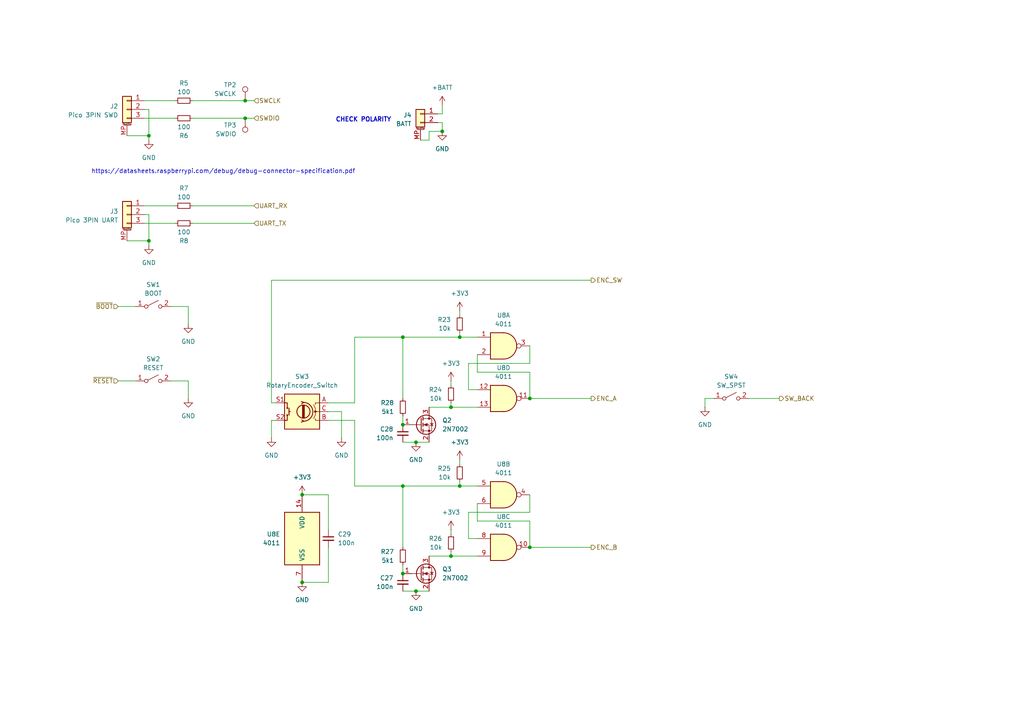
<source format=kicad_sch>
(kicad_sch (version 20231120) (generator "eeschema") (generator_version "8.0")
  (paper "A4")
  (lib_symbols
    (symbol "4xxx:4011" (pin_names (offset 1.016))
      (property "Reference" "U" (at 0 1.27 0))
      (property "Value" "4011" (at 0 -1.27 0))
      (symbol "4011_1_1"
        (arc (start 0 -3.81) (mid 3.7934 0) (end 0 3.81) (stroke (width 0.254)) (fill (type background)))
        (polyline (pts (xy 0 3.81) (xy -3.81 3.81) (xy -3.81 -3.81) (xy 0 -3.81)) (stroke (width 0.254)) (fill (type background)))
        (pin input line (at -7.62 2.54 0) (length 3.81) (name "~") (number "1"))
        (pin input line (at -7.62 -2.54 0) (length 3.81) (name "~") (number "2"))
        (pin output inverted (at 7.62 0 180) (length 3.81) (name "~") (number "3"))
      )
      (symbol "4011_1_2"
        (arc (start -3.81 -3.81) (mid -2.589 0) (end -3.81 3.81) (stroke (width 0.254)))
        (arc (start -0.6096 -3.81) (mid 2.1842 -2.5851) (end 3.81 0) (stroke (width 0.254)) (fill (type background)))
        (polyline (pts (xy -3.81 -3.81) (xy -0.635 -3.81)) (stroke (width 0.254)) (fill (type background)))
        (polyline (pts (xy -3.81 3.81) (xy -0.635 3.81)) (stroke (width 0.254)) (fill (type background)))
        (polyline (pts (xy -0.635 3.81) (xy -3.81 3.81) (xy -3.81 3.81) (xy -3.556 3.4036) (xy -3.0226 2.2606) (xy -2.6924 1.0414) (xy -2.6162 -0.254) (xy -2.7686 -1.4986) (xy -3.175 -2.7178) (xy -3.81 -3.81) (xy -3.81 -3.81) (xy -0.635 -3.81)) (stroke (width -25.4)) (fill (type background)))
        (arc (start 3.81 0) (mid 2.1915 2.5936) (end -0.6096 3.81) (stroke (width 0.254)) (fill (type background)))
        (pin input inverted (at -7.62 2.54 0) (length 4.318) (name "~") (number "1"))
        (pin input inverted (at -7.62 -2.54 0) (length 4.318) (name "~") (number "2"))
        (pin output line (at 7.62 0 180) (length 3.81) (name "~") (number "3"))
      )
      (symbol "4011_2_1"
        (arc (start 0 -3.81) (mid 3.7934 0) (end 0 3.81) (stroke (width 0.254)) (fill (type background)))
        (polyline (pts (xy 0 3.81) (xy -3.81 3.81) (xy -3.81 -3.81) (xy 0 -3.81)) (stroke (width 0.254)) (fill (type background)))
        (pin output inverted (at 7.62 0 180) (length 3.81) (name "~") (number "4"))
        (pin input line (at -7.62 2.54 0) (length 3.81) (name "~") (number "5"))
        (pin input line (at -7.62 -2.54 0) (length 3.81) (name "~") (number "6"))
      )
      (symbol "4011_2_2"
        (arc (start -3.81 -3.81) (mid -2.589 0) (end -3.81 3.81) (stroke (width 0.254)))
        (arc (start -0.6096 -3.81) (mid 2.1842 -2.5851) (end 3.81 0) (stroke (width 0.254)) (fill (type background)))
        (polyline (pts (xy -3.81 -3.81) (xy -0.635 -3.81)) (stroke (width 0.254)) (fill (type background)))
        (polyline (pts (xy -3.81 3.81) (xy -0.635 3.81)) (stroke (width 0.254)) (fill (type background)))
        (polyline (pts (xy -0.635 3.81) (xy -3.81 3.81) (xy -3.81 3.81) (xy -3.556 3.4036) (xy -3.0226 2.2606) (xy -2.6924 1.0414) (xy -2.6162 -0.254) (xy -2.7686 -1.4986) (xy -3.175 -2.7178) (xy -3.81 -3.81) (xy -3.81 -3.81) (xy -0.635 -3.81)) (stroke (width -25.4)) (fill (type background)))
        (arc (start 3.81 0) (mid 2.1915 2.5936) (end -0.6096 3.81) (stroke (width 0.254)) (fill (type background)))
        (pin output line (at 7.62 0 180) (length 3.81) (name "~") (number "4"))
        (pin input inverted (at -7.62 2.54 0) (length 4.318) (name "~") (number "5"))
        (pin input inverted (at -7.62 -2.54 0) (length 4.318) (name "~") (number "6"))
      )
      (symbol "4011_3_1"
        (arc (start 0 -3.81) (mid 3.7934 0) (end 0 3.81) (stroke (width 0.254)) (fill (type background)))
        (polyline (pts (xy 0 3.81) (xy -3.81 3.81) (xy -3.81 -3.81) (xy 0 -3.81)) (stroke (width 0.254)) (fill (type background)))
        (pin output inverted (at 7.62 0 180) (length 3.81) (name "~") (number "10"))
        (pin input line (at -7.62 2.54 0) (length 3.81) (name "~") (number "8"))
        (pin input line (at -7.62 -2.54 0) (length 3.81) (name "~") (number "9"))
      )
      (symbol "4011_3_2"
        (arc (start -3.81 -3.81) (mid -2.589 0) (end -3.81 3.81) (stroke (width 0.254)))
        (arc (start -0.6096 -3.81) (mid 2.1842 -2.5851) (end 3.81 0) (stroke (width 0.254)) (fill (type background)))
        (polyline (pts (xy -3.81 -3.81) (xy -0.635 -3.81)) (stroke (width 0.254)) (fill (type background)))
        (polyline (pts (xy -3.81 3.81) (xy -0.635 3.81)) (stroke (width 0.254)) (fill (type background)))
        (polyline (pts (xy -0.635 3.81) (xy -3.81 3.81) (xy -3.81 3.81) (xy -3.556 3.4036) (xy -3.0226 2.2606) (xy -2.6924 1.0414) (xy -2.6162 -0.254) (xy -2.7686 -1.4986) (xy -3.175 -2.7178) (xy -3.81 -3.81) (xy -3.81 -3.81) (xy -0.635 -3.81)) (stroke (width -25.4)) (fill (type background)))
        (arc (start 3.81 0) (mid 2.1915 2.5936) (end -0.6096 3.81) (stroke (width 0.254)) (fill (type background)))
        (pin output line (at 7.62 0 180) (length 3.81) (name "~") (number "10"))
        (pin input inverted (at -7.62 2.54 0) (length 4.318) (name "~") (number "8"))
        (pin input inverted (at -7.62 -2.54 0) (length 4.318) (name "~") (number "9"))
      )
      (symbol "4011_4_1"
        (arc (start 0 -3.81) (mid 3.7934 0) (end 0 3.81) (stroke (width 0.254)) (fill (type background)))
        (polyline (pts (xy 0 3.81) (xy -3.81 3.81) (xy -3.81 -3.81) (xy 0 -3.81)) (stroke (width 0.254)) (fill (type background)))
        (pin output inverted (at 7.62 0 180) (length 3.81) (name "~") (number "11"))
        (pin input line (at -7.62 2.54 0) (length 3.81) (name "~") (number "12"))
        (pin input line (at -7.62 -2.54 0) (length 3.81) (name "~") (number "13"))
      )
      (symbol "4011_4_2"
        (arc (start -3.81 -3.81) (mid -2.589 0) (end -3.81 3.81) (stroke (width 0.254)))
        (arc (start -0.6096 -3.81) (mid 2.1842 -2.5851) (end 3.81 0) (stroke (width 0.254)) (fill (type background)))
        (polyline (pts (xy -3.81 -3.81) (xy -0.635 -3.81)) (stroke (width 0.254)) (fill (type background)))
        (polyline (pts (xy -3.81 3.81) (xy -0.635 3.81)) (stroke (width 0.254)) (fill (type background)))
        (polyline (pts (xy -0.635 3.81) (xy -3.81 3.81) (xy -3.81 3.81) (xy -3.556 3.4036) (xy -3.0226 2.2606) (xy -2.6924 1.0414) (xy -2.6162 -0.254) (xy -2.7686 -1.4986) (xy -3.175 -2.7178) (xy -3.81 -3.81) (xy -3.81 -3.81) (xy -0.635 -3.81)) (stroke (width -25.4)) (fill (type background)))
        (arc (start 3.81 0) (mid 2.1915 2.5936) (end -0.6096 3.81) (stroke (width 0.254)) (fill (type background)))
        (pin output line (at 7.62 0 180) (length 3.81) (name "~") (number "11"))
        (pin input inverted (at -7.62 2.54 0) (length 4.318) (name "~") (number "12"))
        (pin input inverted (at -7.62 -2.54 0) (length 4.318) (name "~") (number "13"))
      )
      (symbol "4011_5_0"
        (pin power_in line (at 0 12.7 270) (length 5.08) (name "VDD") (number "14"))
        (pin power_in line (at 0 -12.7 90) (length 5.08) (name "VSS") (number "7"))
      )
      (symbol "4011_5_1"
        (rectangle (start -5.08 7.62) (end 5.08 -7.62) (stroke (width 0.254)) (fill (type background)))
      )
    )
    (symbol "Connector:TestPoint" (pin_numbers hide) (pin_names (offset 0.762) hide)
      (property "Reference" "TP" (at 0 6.858 0))
      (property "Value" "TestPoint" (at 0 5.08 0))
      (symbol "TestPoint_0_1"
        (circle (center 0 3.302) (radius 0.762))
      )
      (symbol "TestPoint_1_1"
        (pin passive line (at 0 0 90) (length 2.54) (name "1") (number "1"))
      )
    )
    (symbol "Connector_Generic_MountingPin:Conn_01x02_MountingPin" (pin_names (offset 1.016) hide)
      (property "Reference" "J" (at 0 2.54 0))
      (property "Value" "Conn_01x02_MountingPin" (at 1.27 -5.08 0))
      (symbol "Conn_01x02_MountingPin_1_1"
        (rectangle (start -1.27 -2.413) (end 0 -2.667) (stroke (width 0.1524)))
        (rectangle (start -1.27 0.127) (end 0 -0.127) (stroke (width 0.1524)))
        (rectangle (start -1.27 1.27) (end 1.27 -3.81) (stroke (width 0.254)) (fill (type background)))
        (polyline (pts (xy -1.016 -4.572) (xy 1.016 -4.572)) (stroke (width 0.1524)))
        (text "Mounting" (at 0 -4.191 0) (effects (font (size 0.381 0.381))))
        (pin passive line (at -5.08 0 0) (length 3.81) (name "Pin_1") (number "1"))
        (pin passive line (at -5.08 -2.54 0) (length 3.81) (name "Pin_2") (number "2"))
        (pin passive line (at 0 -7.62 90) (length 3.048) (name "MountPin") (number "MP"))
      )
    )
    (symbol "Connector_Generic_MountingPin:Conn_01x03_MountingPin" (pin_names (offset 1.016) hide)
      (property "Reference" "J" (at 0 5.08 0))
      (property "Value" "Conn_01x03_MountingPin" (at 1.27 -5.08 0))
      (symbol "Conn_01x03_MountingPin_1_1"
        (rectangle (start -1.27 -2.413) (end 0 -2.667) (stroke (width 0.1524)))
        (rectangle (start -1.27 0.127) (end 0 -0.127) (stroke (width 0.1524)))
        (rectangle (start -1.27 2.667) (end 0 2.413) (stroke (width 0.1524)))
        (rectangle (start -1.27 3.81) (end 1.27 -3.81) (stroke (width 0.254)) (fill (type background)))
        (polyline (pts (xy -1.016 -4.572) (xy 1.016 -4.572)) (stroke (width 0.1524)))
        (text "Mounting" (at 0 -4.191 0) (effects (font (size 0.381 0.381))))
        (pin passive line (at -5.08 2.54 0) (length 3.81) (name "Pin_1") (number "1"))
        (pin passive line (at -5.08 0 0) (length 3.81) (name "Pin_2") (number "2"))
        (pin passive line (at -5.08 -2.54 0) (length 3.81) (name "Pin_3") (number "3"))
        (pin passive line (at 0 -7.62 90) (length 3.048) (name "MountPin") (number "MP"))
      )
    )
    (symbol "Device:C_Small" (pin_numbers hide) (pin_names (offset 0.254) hide)
      (property "Reference" "C" (at 0.254 1.778 0))
      (property "Value" "C_Small" (at 0.254 -2.032 0))
      (symbol "C_Small_0_1"
        (polyline (pts (xy -1.524 -0.508) (xy 1.524 -0.508)) (stroke (width 0.3302)))
        (polyline (pts (xy -1.524 0.508) (xy 1.524 0.508)) (stroke (width 0.3048)))
      )
      (symbol "C_Small_1_1"
        (pin passive line (at 0 2.54 270) (length 2.032) (name "~") (number "1"))
        (pin passive line (at 0 -2.54 90) (length 2.032) (name "~") (number "2"))
      )
    )
    (symbol "Device:R_Small" (pin_numbers hide) (pin_names (offset 0.254) hide)
      (property "Reference" "R" (at 0.762 0.508 0))
      (property "Value" "R_Small" (at 0.762 -1.016 0))
      (symbol "R_Small_0_1"
        (rectangle (start -0.762 1.778) (end 0.762 -1.778) (stroke (width 0.2032)))
      )
      (symbol "R_Small_1_1"
        (pin passive line (at 0 2.54 270) (length 0.762) (name "~") (number "1"))
        (pin passive line (at 0 -2.54 90) (length 0.762) (name "~") (number "2"))
      )
    )
    (symbol "Device:RotaryEncoder_Switch" (pin_names (offset 0.254) hide)
      (property "Reference" "SW" (at 0 6.604 0))
      (property "Value" "RotaryEncoder_Switch" (at 0 -6.604 0))
      (symbol "RotaryEncoder_Switch_0_1"
        (rectangle (start -5.08 5.08) (end 5.08 -5.08) (stroke (width 0.254)) (fill (type background)))
        (circle (center -3.81 0) (radius 0.254) (fill (type outline)))
        (circle (center -0.381 0) (radius 1.905) (stroke (width 0.254)))
        (arc (start -0.381 2.667) (mid -3.0988 -0.0635) (end -0.381 -2.794) (stroke (width 0.254)))
        (polyline (pts (xy -0.635 -1.778) (xy -0.635 1.778)) (stroke (width 0.254)))
        (polyline (pts (xy -0.381 -1.778) (xy -0.381 1.778)) (stroke (width 0.254)))
        (polyline (pts (xy -0.127 1.778) (xy -0.127 -1.778)) (stroke (width 0.254)))
        (polyline (pts (xy 3.81 0) (xy 3.429 0)) (stroke (width 0.254)))
        (polyline (pts (xy 3.81 1.016) (xy 3.81 -1.016)) (stroke (width 0.254)))
        (polyline (pts (xy -5.08 -2.54) (xy -3.81 -2.54) (xy -3.81 -2.032)))
        (polyline (pts (xy -5.08 2.54) (xy -3.81 2.54) (xy -3.81 2.032)))
        (polyline (pts (xy 0.254 -3.048) (xy -0.508 -2.794) (xy 0.127 -2.413)) (stroke (width 0.254)))
        (polyline (pts (xy 0.254 2.921) (xy -0.508 2.667) (xy 0.127 2.286)) (stroke (width 0.254)))
        (polyline (pts (xy 5.08 -2.54) (xy 4.318 -2.54) (xy 4.318 -1.016)) (stroke (width 0.254)))
        (polyline (pts (xy 5.08 2.54) (xy 4.318 2.54) (xy 4.318 1.016)) (stroke (width 0.254)))
        (polyline (pts (xy -5.08 0) (xy -3.81 0) (xy -3.81 -1.016) (xy -3.302 -2.032)))
        (polyline (pts (xy -4.318 0) (xy -3.81 0) (xy -3.81 1.016) (xy -3.302 2.032)))
        (circle (center 4.318 -1.016) (radius 0.127) (stroke (width 0.254)))
        (circle (center 4.318 1.016) (radius 0.127) (stroke (width 0.254)))
      )
      (symbol "RotaryEncoder_Switch_1_1"
        (pin passive line (at -7.62 2.54 0) (length 2.54) (name "A") (number "A"))
        (pin passive line (at -7.62 -2.54 0) (length 2.54) (name "B") (number "B"))
        (pin passive line (at -7.62 0 0) (length 2.54) (name "C") (number "C"))
        (pin passive line (at 7.62 2.54 180) (length 2.54) (name "S1") (number "S1"))
        (pin passive line (at 7.62 -2.54 180) (length 2.54) (name "S2") (number "S2"))
      )
    )
    (symbol "Switch:SW_SPST" (pin_names (offset 0) hide)
      (property "Reference" "SW" (at 0 3.175 0))
      (property "Value" "SW_SPST" (at 0 -2.54 0))
      (symbol "SW_SPST_0_0"
        (circle (center -2.032 0) (radius 0.508))
        (polyline (pts (xy -1.524 0.254) (xy 1.524 1.778)))
        (circle (center 2.032 0) (radius 0.508))
      )
      (symbol "SW_SPST_1_1"
        (pin passive line (at -5.08 0 0) (length 2.54) (name "A") (number "1"))
        (pin passive line (at 5.08 0 180) (length 2.54) (name "B") (number "2"))
      )
    )
    (symbol "Transistor_FET:2N7002" (pin_names hide)
      (property "Reference" "Q" (at 5.08 1.905 0))
      (property "Value" "2N7002" (at 5.08 0 0))
      (symbol "2N7002_0_1"
        (polyline (pts (xy 0.254 0) (xy -2.54 0)))
        (polyline (pts (xy 0.254 1.905) (xy 0.254 -1.905)) (stroke (width 0.254)))
        (polyline (pts (xy 0.762 -1.27) (xy 0.762 -2.286)) (stroke (width 0.254)))
        (polyline (pts (xy 0.762 0.508) (xy 0.762 -0.508)) (stroke (width 0.254)))
        (polyline (pts (xy 0.762 2.286) (xy 0.762 1.27)) (stroke (width 0.254)))
        (polyline (pts (xy 2.54 2.54) (xy 2.54 1.778)))
        (polyline (pts (xy 2.54 -2.54) (xy 2.54 0) (xy 0.762 0)))
        (polyline (pts (xy 0.762 -1.778) (xy 3.302 -1.778) (xy 3.302 1.778) (xy 0.762 1.778)))
        (polyline (pts (xy 1.016 0) (xy 2.032 0.381) (xy 2.032 -0.381) (xy 1.016 0)) (fill (type outline)))
        (polyline (pts (xy 2.794 0.508) (xy 2.921 0.381) (xy 3.683 0.381) (xy 3.81 0.254)))
        (polyline (pts (xy 3.302 0.381) (xy 2.921 -0.254) (xy 3.683 -0.254) (xy 3.302 0.381)))
        (circle (center 1.651 0) (radius 2.794) (stroke (width 0.254)))
        (circle (center 2.54 -1.778) (radius 0.254) (fill (type outline)))
        (circle (center 2.54 1.778) (radius 0.254) (fill (type outline)))
      )
      (symbol "2N7002_1_1"
        (pin input line (at -5.08 0 0) (length 2.54) (name "G") (number "1"))
        (pin passive line (at 2.54 -5.08 90) (length 2.54) (name "S") (number "2"))
        (pin passive line (at 2.54 5.08 270) (length 2.54) (name "D") (number "3"))
      )
    )
    (symbol "power:+3V3" (power) (pin_numbers hide) (pin_names (offset 0) hide)
      (property "Value" "+3V3" (at 0 3.556 0))
      (symbol "+3V3_0_1"
        (polyline (pts (xy -0.762 1.27) (xy 0 2.54)))
        (polyline (pts (xy 0 0) (xy 0 2.54)))
        (polyline (pts (xy 0 2.54) (xy 0.762 1.27)))
      )
      (symbol "+3V3_1_1"
        (pin power_in line (at 0 0 90) (length 0) (name "~") (number "1"))
      )
    )
    (symbol "power:+BATT" (power) (pin_numbers hide) (pin_names (offset 0) hide)
      (property "Value" "+BATT" (at 0 3.556 0))
      (symbol "+BATT_0_1"
        (polyline (pts (xy -0.762 1.27) (xy 0 2.54)))
        (polyline (pts (xy 0 0) (xy 0 2.54)))
        (polyline (pts (xy 0 2.54) (xy 0.762 1.27)))
      )
      (symbol "+BATT_1_1"
        (pin power_in line (at 0 0 90) (length 0) (name "~") (number "1"))
      )
    )
    (symbol "power:GND" (power) (pin_numbers hide) (pin_names (offset 0) hide)
      (property "Value" "GND" (at 0 -3.81 0))
      (symbol "GND_0_1"
        (polyline (pts (xy 0 0) (xy 0 -1.27) (xy 1.27 -1.27) (xy 0 -2.54) (xy -1.27 -1.27) (xy 0 -1.27)))
      )
      (symbol "GND_1_1"
        (pin power_in line (at 0 0 270) (length 0) (name "~") (number "1"))
      )
    )
  )
  (junction (at 116.84 166.37))
  (junction (at 87.63 168.91))
  (junction (at 120.65 128.27))
  (junction (at 133.35 140.97))
  (junction (at 71.12 34.29))
  (junction (at 43.18 39.37))
  (junction (at 153.67 158.75))
  (junction (at 116.84 97.79))
  (junction (at 43.18 69.85))
  (junction (at 128.27 38.1))
  (junction (at 153.67 115.57))
  (junction (at 87.63 143.51))
  (junction (at 120.65 171.45))
  (junction (at 130.81 161.29))
  (junction (at 116.84 140.97))
  (junction (at 71.12 29.21))
  (junction (at 133.35 97.79))
  (junction (at 116.84 123.19))
  (junction (at 130.81 118.11))
  (wire (pts (xy 116.84 97.79) (xy 102.87 97.79)))
  (wire (pts (xy 54.61 93.98) (xy 54.61 88.9)))
  (wire (pts (xy 153.67 105.41) (xy 135.89 105.41)))
  (wire (pts (xy 153.67 148.59) (xy 135.89 148.59)))
  (wire (pts (xy 99.06 119.38) (xy 95.25 119.38)))
  (wire (pts (xy 171.45 158.75) (xy 153.67 158.75)))
  (wire (pts (xy 116.84 140.97) (xy 102.87 140.97)))
  (wire (pts (xy 78.74 81.28) (xy 171.45 81.28)))
  (wire (pts (xy 55.88 29.21) (xy 71.12 29.21)))
  (wire (pts (xy 43.18 39.37) (xy 43.18 40.64)))
  (wire (pts (xy 133.35 96.52) (xy 133.35 97.79)))
  (wire (pts (xy 138.43 156.21) (xy 135.89 156.21)))
  (wire (pts (xy 95.25 143.51) (xy 95.25 153.67)))
  (wire (pts (xy 153.67 100.33) (xy 153.67 105.41)))
  (wire (pts (xy 130.81 110.49) (xy 130.81 111.76)))
  (wire (pts (xy 128.27 33.02) (xy 127 33.02)))
  (wire (pts (xy 171.45 115.57) (xy 153.67 115.57)))
  (wire (pts (xy 133.35 133.35) (xy 133.35 134.62)))
  (wire (pts (xy 128.27 30.48) (xy 128.27 33.02)))
  (wire (pts (xy 130.81 118.11) (xy 124.46 118.11)))
  (wire (pts (xy 78.74 116.84) (xy 80.01 116.84)))
  (wire (pts (xy 128.27 35.56) (xy 127 35.56)))
  (wire (pts (xy 50.8 34.29) (xy 41.91 34.29)))
  (wire (pts (xy 130.81 161.29) (xy 124.46 161.29)))
  (wire (pts (xy 130.81 153.67) (xy 130.81 154.94)))
  (wire (pts (xy 153.67 151.13) (xy 153.67 158.75)))
  (wire (pts (xy 133.35 90.17) (xy 133.35 91.44)))
  (wire (pts (xy 130.81 116.84) (xy 130.81 118.11)))
  (wire (pts (xy 54.61 115.57) (xy 54.61 110.49)))
  (wire (pts (xy 135.89 105.41) (xy 135.89 113.03)))
  (wire (pts (xy 116.84 140.97) (xy 116.84 158.75)))
  (wire (pts (xy 78.74 81.28) (xy 78.74 116.84)))
  (wire (pts (xy 138.43 161.29) (xy 130.81 161.29)))
  (wire (pts (xy 120.65 171.45) (xy 116.84 171.45)))
  (wire (pts (xy 87.63 168.91) (xy 95.25 168.91)))
  (wire (pts (xy 39.37 110.49) (xy 34.29 110.49)))
  (wire (pts (xy 116.84 120.65) (xy 116.84 123.19)))
  (wire (pts (xy 128.27 38.1) (xy 128.27 35.56)))
  (wire (pts (xy 226.06 115.57) (xy 217.17 115.57)))
  (wire (pts (xy 73.66 64.77) (xy 55.88 64.77)))
  (wire (pts (xy 73.66 59.69) (xy 55.88 59.69)))
  (wire (pts (xy 102.87 121.92) (xy 95.25 121.92)))
  (wire (pts (xy 124.46 171.45) (xy 120.65 171.45)))
  (wire (pts (xy 43.18 69.85) (xy 36.83 69.85)))
  (wire (pts (xy 138.43 113.03) (xy 135.89 113.03)))
  (wire (pts (xy 43.18 69.85) (xy 43.18 71.12)))
  (wire (pts (xy 133.35 139.7) (xy 133.35 140.97)))
  (wire (pts (xy 138.43 140.97) (xy 133.35 140.97)))
  (wire (pts (xy 138.43 97.79) (xy 133.35 97.79)))
  (wire (pts (xy 73.66 34.29) (xy 71.12 34.29)))
  (wire (pts (xy 50.8 64.77) (xy 41.91 64.77)))
  (wire (pts (xy 87.63 143.51) (xy 95.25 143.51)))
  (wire (pts (xy 153.67 143.51) (xy 153.67 148.59)))
  (wire (pts (xy 153.67 151.13) (xy 138.43 151.13)))
  (wire (pts (xy 138.43 102.87) (xy 138.43 107.95)))
  (wire (pts (xy 204.47 115.57) (xy 204.47 118.11)))
  (wire (pts (xy 128.27 38.1) (xy 124.46 38.1)))
  (wire (pts (xy 138.43 118.11) (xy 130.81 118.11)))
  (wire (pts (xy 124.46 38.1) (xy 124.46 40.64)))
  (wire (pts (xy 43.18 62.23) (xy 41.91 62.23)))
  (wire (pts (xy 116.84 97.79) (xy 116.84 115.57)))
  (wire (pts (xy 133.35 140.97) (xy 116.84 140.97)))
  (wire (pts (xy 54.61 110.49) (xy 49.53 110.49)))
  (wire (pts (xy 135.89 148.59) (xy 135.89 156.21)))
  (wire (pts (xy 43.18 31.75) (xy 41.91 31.75)))
  (wire (pts (xy 80.01 121.92) (xy 78.74 121.92)))
  (wire (pts (xy 124.46 40.64) (xy 121.92 40.64)))
  (wire (pts (xy 102.87 97.79) (xy 102.87 116.84)))
  (wire (pts (xy 73.66 29.21) (xy 71.12 29.21)))
  (wire (pts (xy 43.18 31.75) (xy 43.18 39.37)))
  (wire (pts (xy 133.35 97.79) (xy 116.84 97.79)))
  (wire (pts (xy 102.87 121.92) (xy 102.87 140.97)))
  (wire (pts (xy 116.84 163.83) (xy 116.84 166.37)))
  (wire (pts (xy 130.81 160.02) (xy 130.81 161.29)))
  (wire (pts (xy 153.67 107.95) (xy 138.43 107.95)))
  (wire (pts (xy 39.37 88.9) (xy 34.29 88.9)))
  (wire (pts (xy 153.67 107.95) (xy 153.67 115.57)))
  (wire (pts (xy 204.47 115.57) (xy 207.01 115.57)))
  (wire (pts (xy 54.61 88.9) (xy 49.53 88.9)))
  (wire (pts (xy 99.06 119.38) (xy 99.06 127)))
  (wire (pts (xy 124.46 128.27) (xy 120.65 128.27)))
  (wire (pts (xy 78.74 121.92) (xy 78.74 127)))
  (wire (pts (xy 120.65 128.27) (xy 116.84 128.27)))
  (wire (pts (xy 95.25 158.75) (xy 95.25 168.91)))
  (wire (pts (xy 43.18 39.37) (xy 36.83 39.37)))
  (wire (pts (xy 55.88 34.29) (xy 71.12 34.29)))
  (wire (pts (xy 50.8 29.21) (xy 41.91 29.21)))
  (wire (pts (xy 50.8 59.69) (xy 41.91 59.69)))
  (wire (pts (xy 43.18 62.23) (xy 43.18 69.85)))
  (wire (pts (xy 102.87 116.84) (xy 95.25 116.84)))
  (wire (pts (xy 138.43 146.05) (xy 138.43 151.13)))
  (text "https://datasheets.raspberrypi.com/debug/debug-connector-specification.pdf" (at 64.77 49.784 0) (effects (font (size 1.27 1.27))))
  (text "CHECK POLARITY" (at 113.538 34.798 0) (effects (font (size 1.27 1.27) (thickness 0.254) (bold yes)) (justify right)))
  (hierarchical_label "ENC_SW" (shape output) (at 171.45 81.28 0))
  (hierarchical_label "UART_RX" (shape input) (at 73.66 59.69 0))
  (hierarchical_label "~{BOOT}" (shape input) (at 34.29 88.9 180))
  (hierarchical_label "ENC_A" (shape output) (at 171.45 115.57 0))
  (hierarchical_label "SW_BACK" (shape output) (at 226.06 115.57 0))
  (hierarchical_label "~{RESET}" (shape input) (at 34.29 110.49 180))
  (hierarchical_label "SWDIO" (shape input) (at 73.66 34.29 0))
  (hierarchical_label "UART_TX" (shape input) (at 73.66 64.77 0))
  (hierarchical_label "SWCLK" (shape input) (at 73.66 29.21 0))
  (hierarchical_label "ENC_B" (shape output) (at 171.45 158.75 0))
  (symbol (lib_id "power:+3V3") (at 133.35 133.35 0) (mirror y) (unit 1)
    (property "Reference" "#PWR049" (effects (hide yes)))
    (property "Value" "+3V3" (at 133.35 128.27 0))
    (property "Description" "Power symbol creates a global label with name \"+3V3\"" (effects (hide yes)))
  )
  (symbol (lib_id "Transistor_FET:2N7002") (at 121.92 166.37 0) (unit 1)
    (property "Reference" "Q3" (at 128.27 165.0999 0) (effects (justify left)))
    (property "Value" "2N7002" (at 128.27 167.6399 0) (effects (justify left)))
    (property "Footprint" "Package_TO_SOT_SMD:SOT-23" (effects (hide yes)))
    (property "Datasheet" "https://www.onsemi.com/pub/Collateral/NDS7002A-D.PDF" (effects (hide yes)))
    (property "Description" "0.115A Id, 60V Vds, N-Channel MOSFET, SOT-23" (effects (hide yes)))
    (property "LCSC" "C8545" (effects (hide yes)))
  )
  (symbol (lib_id "power:+3V3") (at 130.81 153.67 0) (mirror y) (unit 1)
    (property "Reference" "#PWR050" (effects (hide yes)))
    (property "Value" "+3V3" (at 130.81 148.59 0))
    (property "Description" "Power symbol creates a global label with name \"+3V3\"" (effects (hide yes)))
  )
  (symbol (lib_id "Switch:SW_SPST") (at 212.09 115.57 0) (unit 1)
    (property "Reference" "SW4" (at 212.09 109.22 0))
    (property "Value" "SW_SPST" (at 212.09 111.76 0))
    (property "Footprint" "Button_Switch_SMD:SW_Push_1P1T_XKB_TS-1187A" (effects (hide yes)))
    (property "Description" "Single Pole Single Throw (SPST) switch" (effects (hide yes)))
  )
  (symbol (lib_id "Connector_Generic_MountingPin:Conn_01x03_MountingPin") (at 36.83 31.75 0) (mirror y) (unit 1)
    (property "Reference" "J2" (at 34.29 30.8355 0) (effects (justify left)))
    (property "Value" "Pico 3PIN SWD" (at 34.29 33.3755 0) (effects (justify left)))
    (property "Footprint" "Connector_JST:JST_SH_BM03B-SRSS-TB_1x03-1MP_P1.00mm_Vertical" (effects (hide yes)))
    (property "Description" "Generic connectable mounting pin connector, single row, 01x03, script generated (kicad-library-utils/schlib/autogen/connector/)" (effects (hide yes)))
    (property "LCSC" "C545723" (effects (hide yes)))
  )
  (symbol (lib_id "Device:R_Small") (at 116.84 118.11 0) (mirror y) (unit 1)
    (property "Reference" "R28" (at 114.3 116.8399 0) (effects (justify left)))
    (property "Value" "5k1" (at 114.3 119.3799 0) (effects (justify left)))
    (property "Footprint" "Resistor_SMD:R_0402_1005Metric" (effects (hide yes)))
    (property "Description" "Resistor, small symbol" (effects (hide yes)))
    (property "LCSC" "C25905" (effects (hide yes)))
  )
  (symbol (lib_id "power:+BATT") (at 128.27 30.48 0) (mirror y) (unit 1)
    (property "Reference" "#PWR023" (effects (hide yes)))
    (property "Value" "+BATT" (at 128.27 25.4 0))
    (property "Description" "Power symbol creates a global label with name \"+BATT\"" (effects (hide yes)))
  )
  (symbol (lib_id "4xxx:4011") (at 87.63 156.21 0) (mirror y) (unit 5)
    (property "Reference" "U8" (at 81.28 154.9399 0) (effects (justify left)))
    (property "Value" "4011" (at 81.28 157.4799 0) (effects (justify left)))
    (property "Footprint" "Package_SO:SOIC-14_3.9x8.7mm_P1.27mm" (effects (hide yes)))
    (property "Datasheet" "http://www.intersil.com/content/dam/Intersil/documents/cd40/cd4011bms-12bms-23bms.pdf" (effects (hide yes)))
    (property "Description" "Quad Nand 2 inputs" (effects (hide yes)))
    (property "LCSC" "C48466" (effects (hide yes)))
  )
  (symbol (lib_id "Switch:SW_SPST") (at 44.45 110.49 0) (unit 1)
    (property "Reference" "SW2" (at 44.45 104.14 0))
    (property "Value" "RESET" (at 44.45 106.68 0))
    (property "Footprint" "Jumper:SolderJumper-2_P1.3mm_Open_Pad1.0x1.5mm" (effects (hide yes)))
    (property "Description" "Single Pole Single Throw (SPST) switch" (effects (hide yes)))
  )
  (symbol (lib_id "Device:R_Small") (at 53.34 59.69 90) (mirror x) (unit 1)
    (property "Reference" "R7" (at 53.34 54.61 90))
    (property "Value" "100" (at 53.34 57.15 90))
    (property "Footprint" "Resistor_SMD:R_0402_1005Metric" (effects (hide yes)))
    (property "Description" "Resistor, small symbol" (effects (hide yes)))
    (property "LCSC" "C25076" (effects (hide yes)))
  )
  (symbol (lib_id "power:GND") (at 120.65 128.27 0) (mirror y) (unit 1)
    (property "Reference" "#PWR052" (effects (hide yes)))
    (property "Value" "GND" (at 120.65 133.35 0))
    (property "Description" "Power symbol creates a global label with name \"GND\" , ground" (effects (hide yes)))
  )
  (symbol (lib_id "Device:R_Small") (at 53.34 29.21 90) (mirror x) (unit 1)
    (property "Reference" "R5" (at 53.34 24.13 90))
    (property "Value" "100" (at 53.34 26.67 90))
    (property "Footprint" "Resistor_SMD:R_0402_1005Metric" (effects (hide yes)))
    (property "Description" "Resistor, small symbol" (effects (hide yes)))
    (property "LCSC" "C25076" (effects (hide yes)))
  )
  (symbol (lib_id "power:GND") (at 99.06 127 0) (mirror y) (unit 1)
    (property "Reference" "#PWR045" (effects (hide yes)))
    (property "Value" "GND" (at 99.06 132.08 0))
    (property "Description" "Power symbol creates a global label with name \"GND\" , ground" (effects (hide yes)))
  )
  (symbol (lib_id "4xxx:4011") (at 146.05 100.33 0) (unit 1)
    (property "Reference" "U8" (at 146.0417 91.44 0))
    (property "Value" "4011" (at 146.0417 93.98 0))
    (property "Footprint" "Package_SO:SOIC-14_3.9x8.7mm_P1.27mm" (effects (hide yes)))
    (property "Datasheet" "http://www.intersil.com/content/dam/Intersil/documents/cd40/cd4011bms-12bms-23bms.pdf" (effects (hide yes)))
    (property "Description" "Quad Nand 2 inputs" (effects (hide yes)))
    (property "LCSC" "C48466" (effects (hide yes)))
  )
  (symbol (lib_id "Connector_Generic_MountingPin:Conn_01x02_MountingPin") (at 121.92 33.02 0) (mirror y) (unit 1)
    (property "Reference" "J4" (at 119.38 33.3755 0) (effects (justify left)))
    (property "Value" "BATT" (at 119.38 35.9155 0) (effects (justify left)))
    (property "Footprint" "Connector_JST:JST_PH_S2B-PH-SM4-TB_1x02-1MP_P2.00mm_Horizontal" (effects (hide yes)))
    (property "Description" "Generic connectable mounting pin connector, single row, 01x02, script generated (kicad-library-utils/schlib/autogen/connector/)" (effects (hide yes)))
    (property "LCSC" "C295747" (effects (hide yes)))
  )
  (symbol (lib_id "Device:R_Small") (at 133.35 93.98 0) (mirror y) (unit 1)
    (property "Reference" "R23" (at 130.81 92.7099 0) (effects (justify left)))
    (property "Value" "10k" (at 130.81 95.2499 0) (effects (justify left)))
    (property "Footprint" "Resistor_SMD:R_0402_1005Metric" (effects (hide yes)))
    (property "Description" "Resistor, small symbol" (effects (hide yes)))
    (property "LCSC" "C25744" (effects (hide yes)))
  )
  (symbol (lib_id "Switch:SW_SPST") (at 44.45 88.9 0) (unit 1)
    (property "Reference" "SW1" (at 44.45 82.55 0))
    (property "Value" "BOOT" (at 44.45 85.09 0))
    (property "Footprint" "Jumper:SolderJumper-2_P1.3mm_Open_Pad1.0x1.5mm" (effects (hide yes)))
    (property "Description" "Single Pole Single Throw (SPST) switch" (effects (hide yes)))
  )
  (symbol (lib_id "Device:R_Small") (at 130.81 157.48 0) (mirror y) (unit 1)
    (property "Reference" "R26" (at 128.27 156.2099 0) (effects (justify left)))
    (property "Value" "10k" (at 128.27 158.7499 0) (effects (justify left)))
    (property "Footprint" "Resistor_SMD:R_0402_1005Metric" (effects (hide yes)))
    (property "Description" "Resistor, small symbol" (effects (hide yes)))
    (property "LCSC" "C25744" (effects (hide yes)))
  )
  (symbol (lib_id "Device:R_Small") (at 53.34 34.29 90) (unit 1)
    (property "Reference" "R6" (at 53.34 39.37 90))
    (property "Value" "100" (at 53.34 36.83 90))
    (property "Footprint" "Resistor_SMD:R_0402_1005Metric" (effects (hide yes)))
    (property "Description" "Resistor, small symbol" (effects (hide yes)))
    (property "LCSC" "C25076" (effects (hide yes)))
  )
  (symbol (lib_id "Device:R_Small") (at 130.81 114.3 0) (mirror y) (unit 1)
    (property "Reference" "R24" (at 128.27 113.0299 0) (effects (justify left)))
    (property "Value" "10k" (at 128.27 115.5699 0) (effects (justify left)))
    (property "Footprint" "Resistor_SMD:R_0402_1005Metric" (effects (hide yes)))
    (property "Description" "Resistor, small symbol" (effects (hide yes)))
    (property "LCSC" "C25744" (effects (hide yes)))
  )
  (symbol (lib_id "Connector_Generic_MountingPin:Conn_01x03_MountingPin") (at 36.83 62.23 0) (mirror y) (unit 1)
    (property "Reference" "J3" (at 34.29 61.3155 0) (effects (justify left)))
    (property "Value" "Pico 3PIN UART" (at 34.29 63.8555 0) (effects (justify left)))
    (property "Footprint" "Connector_JST:JST_SH_BM03B-SRSS-TB_1x03-1MP_P1.00mm_Vertical" (effects (hide yes)))
    (property "Description" "Generic connectable mounting pin connector, single row, 01x03, script generated (kicad-library-utils/schlib/autogen/connector/)" (effects (hide yes)))
    (property "LCSC" "C545723" (effects (hide yes)))
  )
  (symbol (lib_id "power:+3V3") (at 130.81 110.49 0) (mirror y) (unit 1)
    (property "Reference" "#PWR048" (effects (hide yes)))
    (property "Value" "+3V3" (at 130.81 105.41 0))
    (property "Description" "Power symbol creates a global label with name \"+3V3\"" (effects (hide yes)))
  )
  (symbol (lib_id "Device:C_Small") (at 116.84 125.73 0) (mirror y) (unit 1)
    (property "Reference" "C28" (at 114.1179 124.4662 0) (effects (justify left)))
    (property "Value" "100n" (at 114.1179 127.0062 0) (effects (justify left)))
    (property "Footprint" "Capacitor_SMD:C_0402_1005Metric" (effects (hide yes)))
    (property "Description" "Unpolarized capacitor, small symbol" (effects (hide yes)))
    (property "LCSC" "C1525" (effects (hide yes)))
  )
  (symbol (lib_id "Connector:TestPoint") (at 71.12 34.29 0) (mirror x) (unit 1)
    (property "Reference" "TP3" (at 68.58 36.3219 0) (effects (justify right)))
    (property "Value" "SWDIO" (at 68.58 38.8619 0) (effects (justify right)))
    (property "Footprint" "TestPoint:TestPoint_Pad_D1.0mm" (effects (hide yes)))
    (property "Description" "test point" (effects (hide yes)))
  )
  (symbol (lib_id "4xxx:4011") (at 146.05 143.51 0) (unit 2)
    (property "Reference" "U8" (at 146.0417 134.62 0))
    (property "Value" "4011" (at 146.0417 137.16 0))
    (property "Footprint" "Package_SO:SOIC-14_3.9x8.7mm_P1.27mm" (effects (hide yes)))
    (property "Datasheet" "http://www.intersil.com/content/dam/Intersil/documents/cd40/cd4011bms-12bms-23bms.pdf" (effects (hide yes)))
    (property "Description" "Quad Nand 2 inputs" (effects (hide yes)))
    (property "LCSC" "C48466" (effects (hide yes)))
  )
  (symbol (lib_id "power:+3V3") (at 87.63 143.51 0) (unit 1)
    (property "Reference" "#PWR053" (effects (hide yes)))
    (property "Value" "+3V3" (at 87.63 138.43 0))
    (property "Description" "Power symbol creates a global label with name \"+3V3\"" (effects (hide yes)))
  )
  (symbol (lib_id "power:GND") (at 54.61 93.98 0) (unit 1)
    (property "Reference" "#PWR019" (effects (hide yes)))
    (property "Value" "GND" (at 54.61 99.06 0))
    (property "Description" "Power symbol creates a global label with name \"GND\" , ground" (effects (hide yes)))
  )
  (symbol (lib_id "power:GND") (at 43.18 71.12 0) (mirror y) (unit 1)
    (property "Reference" "#PWR022" (effects (hide yes)))
    (property "Value" "GND" (at 43.18 76.2 0))
    (property "Description" "Power symbol creates a global label with name \"GND\" , ground" (effects (hide yes)))
  )
  (symbol (lib_id "Device:C_Small") (at 95.25 156.21 0) (unit 1)
    (property "Reference" "C29" (at 97.9721 154.9462 0) (effects (justify left)))
    (property "Value" "100n" (at 97.9721 157.4862 0) (effects (justify left)))
    (property "Footprint" "Capacitor_SMD:C_0402_1005Metric" (effects (hide yes)))
    (property "Description" "Unpolarized capacitor, small symbol" (effects (hide yes)))
    (property "LCSC" "C1525" (effects (hide yes)))
  )
  (symbol (lib_id "Device:R_Small") (at 133.35 137.16 0) (mirror y) (unit 1)
    (property "Reference" "R25" (at 130.81 135.8899 0) (effects (justify left)))
    (property "Value" "10k" (at 130.81 138.4299 0) (effects (justify left)))
    (property "Footprint" "Resistor_SMD:R_0402_1005Metric" (effects (hide yes)))
    (property "Description" "Resistor, small symbol" (effects (hide yes)))
    (property "LCSC" "C25744" (effects (hide yes)))
  )
  (symbol (lib_id "Device:R_Small") (at 116.84 161.29 0) (mirror y) (unit 1)
    (property "Reference" "R27" (at 114.3 160.0199 0) (effects (justify left)))
    (property "Value" "5k1" (at 114.3 162.5599 0) (effects (justify left)))
    (property "Footprint" "Resistor_SMD:R_0402_1005Metric" (effects (hide yes)))
    (property "Description" "Resistor, small symbol" (effects (hide yes)))
    (property "LCSC" "C25905" (effects (hide yes)))
  )
  (symbol (lib_id "power:GND") (at 120.65 171.45 0) (mirror y) (unit 1)
    (property "Reference" "#PWR051" (effects (hide yes)))
    (property "Value" "GND" (at 120.65 176.53 0))
    (property "Description" "Power symbol creates a global label with name \"GND\" , ground" (effects (hide yes)))
  )
  (symbol (lib_id "power:GND") (at 87.63 168.91 0) (mirror y) (unit 1)
    (property "Reference" "#PWR054" (effects (hide yes)))
    (property "Value" "GND" (at 87.63 173.99 0))
    (property "Description" "Power symbol creates a global label with name \"GND\" , ground" (effects (hide yes)))
  )
  (symbol (lib_id "power:GND") (at 128.27 38.1 0) (mirror y) (unit 1)
    (property "Reference" "#PWR024" (effects (hide yes)))
    (property "Value" "GND" (at 128.27 43.18 0))
    (property "Description" "Power symbol creates a global label with name \"GND\" , ground" (effects (hide yes)))
  )
  (symbol (lib_id "Device:R_Small") (at 53.34 64.77 90) (unit 1)
    (property "Reference" "R8" (at 53.34 69.85 90))
    (property "Value" "100" (at 53.34 67.31 90))
    (property "Footprint" "Resistor_SMD:R_0402_1005Metric" (effects (hide yes)))
    (property "Description" "Resistor, small symbol" (effects (hide yes)))
    (property "LCSC" "C25076" (effects (hide yes)))
  )
  (symbol (lib_id "Device:C_Small") (at 116.84 168.91 0) (mirror y) (unit 1)
    (property "Reference" "C27" (at 114.1179 167.6462 0) (effects (justify left)))
    (property "Value" "100n" (at 114.1179 170.1862 0) (effects (justify left)))
    (property "Footprint" "Capacitor_SMD:C_0402_1005Metric" (effects (hide yes)))
    (property "Description" "Unpolarized capacitor, small symbol" (effects (hide yes)))
    (property "LCSC" "C1525" (effects (hide yes)))
  )
  (symbol (lib_id "power:+3V3") (at 133.35 90.17 0) (mirror y) (unit 1)
    (property "Reference" "#PWR047" (effects (hide yes)))
    (property "Value" "+3V3" (at 133.35 85.09 0))
    (property "Description" "Power symbol creates a global label with name \"+3V3\"" (effects (hide yes)))
  )
  (symbol (lib_id "Transistor_FET:2N7002") (at 121.92 123.19 0) (unit 1)
    (property "Reference" "Q2" (at 128.27 121.9199 0) (effects (justify left)))
    (property "Value" "2N7002" (at 128.27 124.4599 0) (effects (justify left)))
    (property "Footprint" "Package_TO_SOT_SMD:SOT-23" (effects (hide yes)))
    (property "Datasheet" "https://www.onsemi.com/pub/Collateral/NDS7002A-D.PDF" (effects (hide yes)))
    (property "Description" "0.115A Id, 60V Vds, N-Channel MOSFET, SOT-23" (effects (hide yes)))
    (property "LCSC" "C8545" (effects (hide yes)))
  )
  (symbol (lib_id "power:GND") (at 54.61 115.57 0) (unit 1)
    (property "Reference" "#PWR020" (effects (hide yes)))
    (property "Value" "GND" (at 54.61 120.65 0))
    (property "Description" "Power symbol creates a global label with name \"GND\" , ground" (effects (hide yes)))
  )
  (symbol (lib_id "power:GND") (at 78.74 127 0) (mirror y) (unit 1)
    (property "Reference" "#PWR046" (effects (hide yes)))
    (property "Value" "GND" (at 78.74 132.08 0))
    (property "Description" "Power symbol creates a global label with name \"GND\" , ground" (effects (hide yes)))
  )
  (symbol (lib_id "4xxx:4011") (at 146.05 158.75 0) (unit 3)
    (property "Reference" "U8" (at 146.0417 149.86 0))
    (property "Value" "4011" (at 146.0417 152.4 0))
    (property "Footprint" "Package_SO:SOIC-14_3.9x8.7mm_P1.27mm" (effects (hide yes)))
    (property "Datasheet" "http://www.intersil.com/content/dam/Intersil/documents/cd40/cd4011bms-12bms-23bms.pdf" (effects (hide yes)))
    (property "Description" "Quad Nand 2 inputs" (effects (hide yes)))
    (property "LCSC" "C48466" (effects (hide yes)))
  )
  (symbol (lib_id "4xxx:4011") (at 146.05 115.57 0) (unit 4)
    (property "Reference" "U8" (at 146.0417 106.68 0))
    (property "Value" "4011" (at 146.0417 109.22 0))
    (property "Footprint" "Package_SO:SOIC-14_3.9x8.7mm_P1.27mm" (effects (hide yes)))
    (property "Datasheet" "http://www.intersil.com/content/dam/Intersil/documents/cd40/cd4011bms-12bms-23bms.pdf" (effects (hide yes)))
    (property "Description" "Quad Nand 2 inputs" (effects (hide yes)))
    (property "LCSC" "C48466" (effects (hide yes)))
  )
  (symbol (lib_id "Connector:TestPoint") (at 71.12 29.21 0) (mirror y) (unit 1)
    (property "Reference" "TP2" (at 68.58 24.6379 0) (effects (justify left)))
    (property "Value" "SWCLK" (at 68.58 27.1779 0) (effects (justify left)))
    (property "Footprint" "TestPoint:TestPoint_Pad_D1.0mm" (effects (hide yes)))
    (property "Description" "test point" (effects (hide yes)))
  )
  (symbol (lib_id "power:GND") (at 204.47 118.11 0) (mirror y) (unit 1)
    (property "Reference" "#PWR056" (effects (hide yes)))
    (property "Value" "GND" (at 204.47 123.19 0))
    (property "Description" "Power symbol creates a global label with name \"GND\" , ground" (effects (hide yes)))
  )
  (symbol (lib_id "Device:RotaryEncoder_Switch") (at 87.63 119.38 0) (mirror y) (unit 1)
    (property "Reference" "SW3" (at 87.63 109.22 0))
    (property "Value" "RotaryEncoder_Switch" (at 87.63 111.76 0))
    (property "Footprint" "Rotary_Encoder:RotaryEncoder_Alps_EC11E-Switch_Vertical_H20mm" (effects (hide yes)))
    (property "Description" "Rotary encoder, dual channel, incremental quadrate outputs, with switch" (effects (hide yes)))
  )
  (symbol (lib_id "power:GND") (at 43.18 40.64 0) (mirror y) (unit 1)
    (property "Reference" "#PWR021" (effects (hide yes)))
    (property "Value" "GND" (at 43.18 45.72 0))
    (property "Description" "Power symbol creates a global label with name \"GND\" , ground" (effects (hide yes)))
  )
)
</source>
